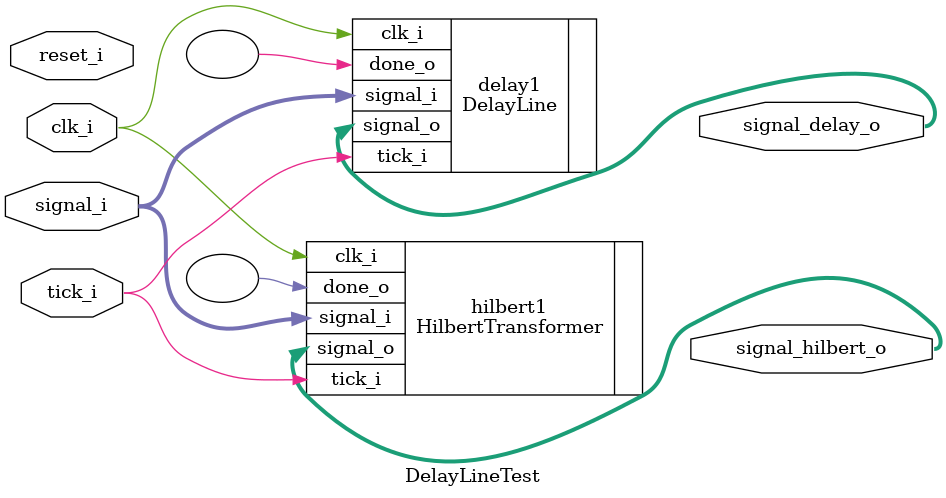
<source format=sv>
module DelayLineTest (
    input logic clk_i,
    input logic reset_i,
    input logic tick_i,
    input logic signed [23:0] signal_i,
    output logic signed [23:0] signal_delay_o,
    output logic signed [23:0] signal_hilbert_o
);

  // one copy of signal_i is delayed in the delay line
  DelayLine delay1 (
      .clk_i(clk_i),
      .tick_i(tick_i),
      .signal_i(signal_i),
      .signal_o(signal_delay_o),
      .done_o()
  );

  // the other copy of signal_i goes through the Hilbert transformer,
  // which is a phase shift by 90 degrees and a delay line
  HilbertTransformer hilbert1 (
      .clk_i(clk_i),
      .tick_i(tick_i),
      .signal_i(signal_i),
      .signal_o(signal_hilbert_o),
      .done_o()
  );

  // the result is then a phase shift of 90 degrees between signal_delay_o and signal_hilbert_o

endmodule

</source>
